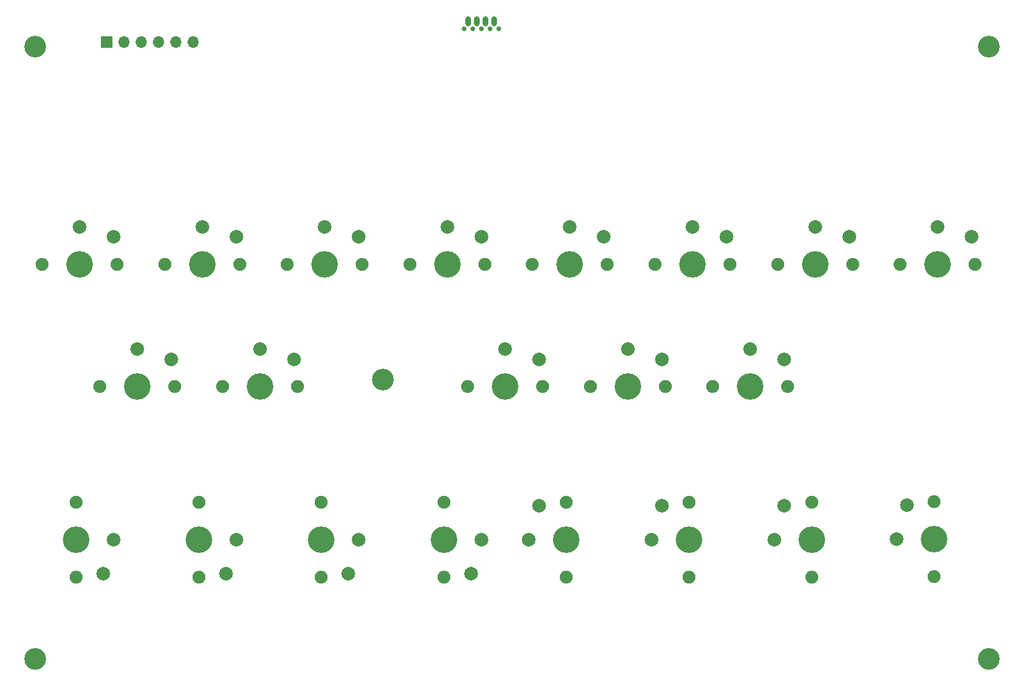
<source format=gbr>
%TF.GenerationSoftware,KiCad,Pcbnew,6.0.9-8da3e8f707~117~ubuntu22.04.1*%
%TF.CreationDate,2022-12-01T14:43:22-05:00*%
%TF.ProjectId,keyboard_matrix,6b657962-6f61-4726-945f-6d6174726978,rev?*%
%TF.SameCoordinates,Original*%
%TF.FileFunction,Soldermask,Top*%
%TF.FilePolarity,Negative*%
%FSLAX46Y46*%
G04 Gerber Fmt 4.6, Leading zero omitted, Abs format (unit mm)*
G04 Created by KiCad (PCBNEW 6.0.9-8da3e8f707~117~ubuntu22.04.1) date 2022-12-01 14:43:22*
%MOMM*%
%LPD*%
G01*
G04 APERTURE LIST*
%ADD10C,3.200000*%
%ADD11C,3.900000*%
%ADD12C,1.900000*%
%ADD13C,2.000000*%
%ADD14R,1.700000X1.700000*%
%ADD15O,1.700000X1.700000*%
%ADD16C,0.700000*%
%ADD17O,0.800000X1.500000*%
G04 APERTURE END LIST*
D10*
%TO.C,H105*%
X126000000Y-114000000D03*
%TD*%
%TO.C,H104*%
X75000000Y-155000000D03*
%TD*%
%TO.C,H103*%
X75000000Y-65000000D03*
%TD*%
D11*
%TO.C,SW202*%
X99500000Y-97000000D03*
D12*
X105000000Y-97000000D03*
X94000000Y-97000000D03*
D13*
X99500000Y-91500000D03*
X104500000Y-93000000D03*
%TD*%
%TO.C,SW208*%
X207500000Y-91500000D03*
D12*
X202000000Y-97000000D03*
X213000000Y-97000000D03*
D11*
X207500000Y-97000000D03*
D13*
X212500000Y-93000000D03*
%TD*%
D12*
%TO.C,SW201*%
X87000000Y-97000000D03*
X76000000Y-97000000D03*
D13*
X81500000Y-91500000D03*
D11*
X81500000Y-97000000D03*
D13*
X86500000Y-93000000D03*
%TD*%
%TO.C,SW301*%
X86500000Y-137500000D03*
D12*
X81000000Y-132000000D03*
X81000000Y-143000000D03*
D11*
X81000000Y-137500000D03*
D13*
X85000000Y-142500000D03*
%TD*%
D11*
%TO.C,SW307*%
X144000000Y-115000000D03*
D12*
X138500000Y-115000000D03*
X149500000Y-115000000D03*
D13*
X144000000Y-109500000D03*
X149000000Y-111000000D03*
%TD*%
D12*
%TO.C,SW308*%
X153000000Y-132000000D03*
X153000000Y-143000000D03*
D11*
X153000000Y-137500000D03*
D13*
X147500000Y-137500000D03*
X149000000Y-132500000D03*
%TD*%
D12*
%TO.C,SW303*%
X99000000Y-143000000D03*
D13*
X104500000Y-137500000D03*
D12*
X99000000Y-132000000D03*
D11*
X99000000Y-137500000D03*
D13*
X103000000Y-142500000D03*
%TD*%
D14*
%TO.C,J10*%
X85460000Y-64375000D03*
D15*
X88000000Y-64375000D03*
X90540000Y-64375000D03*
X93080000Y-64375000D03*
X95620000Y-64375000D03*
X98160000Y-64375000D03*
%TD*%
D12*
%TO.C,SW312*%
X189000000Y-143000000D03*
D13*
X183500000Y-137500000D03*
D11*
X189000000Y-137500000D03*
D12*
X189000000Y-132000000D03*
D13*
X185000000Y-132500000D03*
%TD*%
D12*
%TO.C,SW304*%
X102500000Y-115000000D03*
X113500000Y-115000000D03*
D11*
X108000000Y-115000000D03*
D13*
X108000000Y-109500000D03*
X113000000Y-111000000D03*
%TD*%
D11*
%TO.C,SW309*%
X162000000Y-115000000D03*
D12*
X156500000Y-115000000D03*
D13*
X162000000Y-109500000D03*
D12*
X167500000Y-115000000D03*
D13*
X167000000Y-111000000D03*
%TD*%
D12*
%TO.C,SW302*%
X95500000Y-115000000D03*
D13*
X90000000Y-109500000D03*
D12*
X84500000Y-115000000D03*
D11*
X90000000Y-115000000D03*
D13*
X95000000Y-111000000D03*
%TD*%
D12*
%TO.C,SW203*%
X112000000Y-97000000D03*
X123000000Y-97000000D03*
D11*
X117500000Y-97000000D03*
D13*
X117500000Y-91500000D03*
X122500000Y-93000000D03*
%TD*%
D10*
%TO.C,H102*%
X215000000Y-65000000D03*
%TD*%
D16*
%TO.C,J11*%
X139230000Y-62425500D03*
X141770000Y-62425500D03*
X143040000Y-62425500D03*
X140500000Y-62425500D03*
X137960000Y-62425500D03*
D17*
X138595000Y-61270500D03*
X139865000Y-61270500D03*
X141135000Y-61270500D03*
X142405000Y-61270500D03*
%TD*%
D11*
%TO.C,SW310*%
X171000000Y-137500000D03*
D12*
X171000000Y-132000000D03*
X171000000Y-143000000D03*
D13*
X165500000Y-137500000D03*
X167000000Y-132500000D03*
%TD*%
D12*
%TO.C,SW306*%
X135000000Y-132000000D03*
D13*
X140500000Y-137500000D03*
D11*
X135000000Y-137500000D03*
D12*
X135000000Y-143000000D03*
D13*
X139000000Y-142500000D03*
%TD*%
D11*
%TO.C,SW313*%
X207000000Y-137385000D03*
D13*
X201500000Y-137385000D03*
D12*
X207000000Y-142885000D03*
X207000000Y-131885000D03*
D13*
X203000000Y-132385000D03*
%TD*%
D10*
%TO.C,H101*%
X215000000Y-155000000D03*
%TD*%
D12*
%TO.C,SW205*%
X159000000Y-97000000D03*
D13*
X153500000Y-91500000D03*
D11*
X153500000Y-97000000D03*
D12*
X148000000Y-97000000D03*
D13*
X158500000Y-93000000D03*
%TD*%
D12*
%TO.C,SW311*%
X174500000Y-115000000D03*
D13*
X180000000Y-109500000D03*
D12*
X185500000Y-115000000D03*
D11*
X180000000Y-115000000D03*
D13*
X185000000Y-111000000D03*
%TD*%
D11*
%TO.C,SW204*%
X135500000Y-97000000D03*
D13*
X135500000Y-91500000D03*
D12*
X141000000Y-97000000D03*
X130000000Y-97000000D03*
D13*
X140500000Y-93000000D03*
%TD*%
D12*
%TO.C,SW206*%
X177000000Y-97000000D03*
D11*
X171500000Y-97000000D03*
D13*
X171500000Y-91500000D03*
D12*
X166000000Y-97000000D03*
D13*
X176500000Y-93000000D03*
%TD*%
%TO.C,SW305*%
X122500000Y-137500000D03*
D12*
X117000000Y-132000000D03*
X117000000Y-143000000D03*
D11*
X117000000Y-137500000D03*
D13*
X121000000Y-142500000D03*
%TD*%
%TO.C,SW207*%
X189500000Y-91500000D03*
D11*
X189500000Y-97000000D03*
D12*
X184000000Y-97000000D03*
X195000000Y-97000000D03*
D13*
X194500000Y-93000000D03*
%TD*%
M02*

</source>
